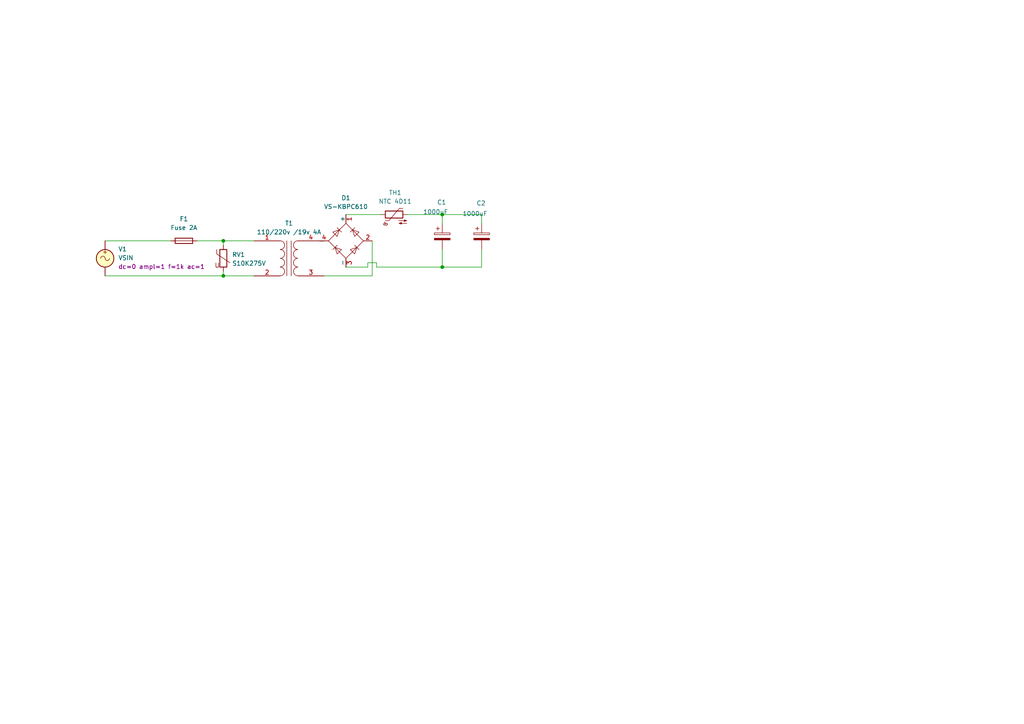
<source format=kicad_sch>
(kicad_sch (version 20231120) (generator "eeschema") (generator_version "8.0")
  (paper "A4")
  (title_block (title "Fonte Linear ") (date "2024-11-17") (rev "REV. 01") (company "IFSC - Instituto Federal de Santa Catarina") (comment 1 "Autor: Juno Costa Kim"))
  (lib_symbols
    (symbol "Device:C_Polarized" (pin_numbers hide) (pin_names (offset 0.254))
      (property "Reference" "C" (at 0.635 2.54 0))
      (property "Value" "C_Polarized" (at 0.635 -2.54 0))
      (symbol "C_Polarized_0_1"
        (rectangle (start -2.286 0.508) (end 2.286 1.016))
        (polyline (pts (xy -1.778 2.286) (xy -0.762 2.286)))
        (polyline (pts (xy -1.27 2.794) (xy -1.27 1.778)))
        (rectangle (start 2.286 -0.508) (end -2.286 -1.016) (fill (type outline)))
      )
      (symbol "C_Polarized_1_1"
        (pin passive line (at 0 3.81 270) (length 2.794) (name "~") (number "1"))
        (pin passive line (at 0 -3.81 90) (length 2.794) (name "~") (number "2"))
      )
    )
    (symbol "Device:Fuse" (pin_numbers hide) (pin_names (offset 0))
      (property "Reference" "F" (at 2.032 0 90))
      (property "Value" "Fuse" (at -1.905 0 90))
      (symbol "Fuse_0_1"
        (rectangle (start -0.762 -2.54) (end 0.762 2.54) (stroke (width 0.254)))
        (polyline (pts (xy 0 2.54) (xy 0 -2.54)))
      )
      (symbol "Fuse_1_1"
        (pin passive line (at 0 3.81 270) (length 1.27) (name "~") (number "1"))
        (pin passive line (at 0 -3.81 90) (length 1.27) (name "~") (number "2"))
      )
    )
    (symbol "Device:Thermistor_NTC" (pin_numbers hide) (pin_names (offset 0))
      (property "Reference" "TH" (at -4.445 0 90))
      (property "Value" "Thermistor_NTC" (at 3.175 0 90))
      (symbol "Thermistor_NTC_0_1"
        (arc (start -3.048 2.159) (mid -3.0495 2.3143) (end -3.175 2.413))
        (arc (start -3.048 2.159) (mid -2.9736 1.9794) (end -2.794 1.905))
        (arc (start -3.048 2.794) (mid -2.9736 2.6144) (end -2.794 2.54))
        (arc (start -2.794 1.905) (mid -2.6144 1.9794) (end -2.54 2.159))
        (arc (start -2.794 2.54) (mid -2.4393 2.5587) (end -2.159 2.794))
        (arc (start -2.794 3.048) (mid -2.9736 2.9736) (end -3.048 2.794))
        (arc (start -2.54 2.794) (mid -2.6144 2.9736) (end -2.794 3.048))
        (rectangle (start -1.016 2.54) (end 1.016 -2.54) (stroke (width 0.254)))
        (polyline (pts (xy -2.54 2.159) (xy -2.54 2.794)))
        (polyline (pts (xy -1.778 2.54) (xy -1.778 1.524) (xy 1.778 -1.524) (xy 1.778 -2.54)))
        (polyline (pts (xy -2.54 -3.683) (xy -2.54 -1.397) (xy -2.794 -2.159) (xy -2.286 -2.159) (xy -2.54 -1.397) (xy -2.54 -1.651)) (fill (type outline)))
        (polyline (pts (xy -1.778 -1.397) (xy -1.778 -3.683) (xy -2.032 -2.921) (xy -1.524 -2.921) (xy -1.778 -3.683) (xy -1.778 -3.429)) (fill (type outline)))
      )
      (symbol "Thermistor_NTC_1_1"
        (pin passive line (at 0 3.81 270) (length 1.27) (name "~") (number "1"))
        (pin passive line (at 0 -3.81 90) (length 1.27) (name "~") (number "2"))
      )
    )
    (symbol "Device:Transformer_1P_1S" (pin_names (offset 1.016) hide)
      (property "Reference" "T" (at 0 6.35 0))
      (property "Value" "Transformer_1P_1S" (at 0 -7.62 0))
      (symbol "Transformer_1P_1S_0_1"
        (arc (start -2.54 -5.0546) (mid -1.6599 -4.6901) (end -1.27 -3.81))
        (arc (start -2.54 -2.5146) (mid -1.6599 -2.1501) (end -1.27 -1.27))
        (arc (start -2.54 0.0254) (mid -1.6599 0.3899) (end -1.27 1.27))
        (arc (start -2.54 2.5654) (mid -1.6599 2.9299) (end -1.27 3.81))
        (arc (start -1.27 -3.81) (mid -1.642 -2.912) (end -2.54 -2.54))
        (arc (start -1.27 -1.27) (mid -1.642 -0.372) (end -2.54 0))
        (arc (start -1.27 1.27) (mid -1.642 2.168) (end -2.54 2.54))
        (arc (start -1.27 3.81) (mid -1.642 4.708) (end -2.54 5.08))
        (polyline (pts (xy -0.635 5.08) (xy -0.635 -5.08)))
        (polyline (pts (xy 0.635 -5.08) (xy 0.635 5.08)))
        (arc (start 1.2954 -1.27) (mid 1.6599 -2.1501) (end 2.54 -2.5146))
        (arc (start 1.2954 1.27) (mid 1.6599 0.3899) (end 2.54 0.0254))
        (arc (start 1.2954 3.81) (mid 1.6599 2.9299) (end 2.54 2.5654))
        (arc (start 1.3208 -3.81) (mid 1.6853 -4.6901) (end 2.5654 -5.0546))
        (arc (start 2.54 0) (mid 1.642 -0.372) (end 1.2954 -1.27))
        (arc (start 2.54 2.54) (mid 1.642 2.168) (end 1.2954 1.27))
        (arc (start 2.54 5.08) (mid 1.642 4.708) (end 1.2954 3.81))
        (arc (start 2.5654 -2.54) (mid 1.6674 -2.912) (end 1.3208 -3.81))
      )
      (symbol "Transformer_1P_1S_1_1"
        (pin passive line (at -10.16 5.08 0) (length 7.62) (name "AA") (number "1"))
        (pin passive line (at -10.16 -5.08 0) (length 7.62) (name "AB") (number "2"))
        (pin passive line (at 10.16 -5.08 180) (length 7.62) (name "SA") (number "3"))
        (pin passive line (at 10.16 5.08 180) (length 7.62) (name "SB") (number "4"))
      )
    )
    (symbol "Device:Varistor" (pin_numbers hide) (pin_names (offset 0))
      (property "Reference" "RV" (at 3.175 0 90))
      (property "Value" "Varistor" (at -3.175 0 90))
      (symbol "Varistor_0_0"
        (text "U" (at -1.778 -2.032 0) (effects (font (size 1.27 1.27))))
      )
      (symbol "Varistor_0_1"
        (rectangle (start -1.016 -2.54) (end 1.016 2.54) (stroke (width 0.254)))
        (polyline (pts (xy -1.905 2.54) (xy -1.905 1.27) (xy 1.905 -1.27)))
      )
      (symbol "Varistor_1_1"
        (pin passive line (at 0 3.81 270) (length 1.27) (name "~") (number "1"))
        (pin passive line (at 0 -3.81 90) (length 1.27) (name "~") (number "2"))
      )
    )
    (symbol "Diode_Bridge:VS-KBPC610" (pin_names (offset 0))
      (property "Reference" "D" (at 2.54 6.985 0))
      (property "Value" "VS-KBPC610" (at 2.54 5.08 0))
      (symbol "VS-KBPC610_0_1"
        (polyline (pts (xy -2.54 3.81) (xy -1.27 2.54)))
        (polyline (pts (xy -1.27 -2.54) (xy -2.54 -3.81)))
        (polyline (pts (xy 2.54 -1.27) (xy 3.81 -2.54)))
        (polyline (pts (xy 2.54 1.27) (xy 3.81 2.54)))
        (polyline (pts (xy -3.81 2.54) (xy -2.54 1.27) (xy -1.905 3.175) (xy -3.81 2.54)))
        (polyline (pts (xy -2.54 -1.27) (xy -3.81 -2.54) (xy -1.905 -3.175) (xy -2.54 -1.27)))
        (polyline (pts (xy 1.27 2.54) (xy 2.54 3.81) (xy 3.175 1.905) (xy 1.27 2.54)))
        (polyline (pts (xy 3.175 -1.905) (xy 1.27 -2.54) (xy 2.54 -3.81) (xy 3.175 -1.905)))
        (polyline (pts (xy -5.08 0) (xy 0 -5.08) (xy 5.08 0) (xy 0 5.08) (xy -5.08 0)))
      )
      (symbol "VS-KBPC610_1_1"
        (pin passive line (at 7.62 0 180) (length 2.54) (name "+") (number "1"))
        (pin passive line (at 0 -7.62 90) (length 2.54) (name "~") (number "2"))
        (pin passive line (at -7.62 0 0) (length 2.54) (name "-") (number "3"))
        (pin passive line (at 0 7.62 270) (length 2.54) (name "~") (number "4"))
      )
    )
    (symbol "Simulation_SPICE:VSIN" (pin_numbers hide) (pin_names (offset 0.0254))
      (property "Reference" "V" (at 2.54 2.54 0))
      (property "Value" "VSIN" (at 2.54 0 0))
      (property "Sim.Params" "dc=0 ampl=1 f=1k ac=1" (at 2.54 -2.54 0))
      (symbol "VSIN_0_0"
        (arc (start 0 0) (mid -0.635 0.6323) (end -1.27 0))
        (arc (start 0 0) (mid 0.635 -0.6323) (end 1.27 0))
        (text "+" (at 0 1.905 0) (effects (font (size 1.27 1.27))))
      )
      (symbol "VSIN_0_1"
        (circle (center 0 0) (radius 2.54) (stroke (width 0.254)) (fill (type background)))
      )
      (symbol "VSIN_1_1"
        (pin passive line (at 0 5.08 270) (length 2.54) (name "~") (number "1"))
        (pin passive line (at 0 -5.08 90) (length 2.54) (name "~") (number "2"))
      )
    )
  )
  (junction (at 64.77 69.85))
  (junction (at 128.27 62.23))
  (junction (at 64.77 80.01))
  (junction (at 128.27 77.47))
  (wire (pts (xy 57.15 69.85) (xy 64.77 69.85)))
  (wire (pts (xy 106.68 77.47) (xy 106.68 76.2)))
  (wire (pts (xy 118.11 62.23) (xy 128.27 62.23)))
  (wire (pts (xy 64.77 69.85) (xy 64.77 71.12)))
  (wire (pts (xy 100.33 62.23) (xy 110.49 62.23)))
  (wire (pts (xy 100.33 77.47) (xy 106.68 77.47)))
  (wire (pts (xy 64.77 80.01) (xy 73.66 80.01)))
  (wire (pts (xy 107.95 80.01) (xy 107.95 69.85)))
  (wire (pts (xy 109.22 76.2) (xy 109.22 77.47)))
  (wire (pts (xy 128.27 62.23) (xy 139.7 62.23)))
  (wire (pts (xy 106.68 76.2) (xy 109.22 76.2)))
  (wire (pts (xy 93.98 80.01) (xy 107.95 80.01)))
  (wire (pts (xy 139.7 77.47) (xy 139.7 72.39)))
  (wire (pts (xy 64.77 69.85) (xy 73.66 69.85)))
  (wire (pts (xy 128.27 72.39) (xy 128.27 77.47)))
  (wire (pts (xy 64.77 78.74) (xy 64.77 80.01)))
  (wire (pts (xy 92.71 69.85) (xy 93.98 69.85)))
  (wire (pts (xy 30.48 80.01) (xy 64.77 80.01)))
  (wire (pts (xy 30.48 69.85) (xy 49.53 69.85)))
  (wire (pts (xy 109.22 77.47) (xy 128.27 77.47)))
  (wire (pts (xy 128.27 77.47) (xy 139.7 77.47)))
  (wire (pts (xy 128.27 62.23) (xy 128.27 64.77)))
  (wire (pts (xy 139.7 62.23) (xy 139.7 64.77)))
  (symbol (lib_id "Simulation_SPICE:VSIN") (at 30.48 74.93 0) (unit 1)
    (property "Reference" "V1" (at 34.29 72.2601 0) (effects (justify left)))
    (property "Value" "VSIN" (at 34.29 74.8001 0) (effects (justify left)))
    (property "Datasheet" "https://ngspice.sourceforge.io/docs/ngspice-html-manual/manual.xhtml#sec_Independent_Sources_for" (effects (hide yes)))
    (property "Description" "Voltage source, sinusoidal" (effects (hide yes)))
    (property "Sim.Pins" "1=+ 2=-" (effects (hide yes)))
    (property "Sim.Params" "dc=0 ampl=1 f=1k ac=1" (at 34.29 77.3401 0) (effects (justify left)))
    (property "Sim.Type" "SIN" (effects (hide yes)))
    (property "Sim.Device" "V" (effects (hide yes)))
  )
  (symbol (lib_id "Device:C_Polarized") (at 139.7 68.58 0) (unit 1)
    (property "Reference" "C2" (at 138.176 58.928 0) (effects (justify left)))
    (property "Value" "1000uF" (at 134.112 61.976 0) (effects (justify left)))
    (property "Description" "Polarized capacitor" (effects (hide yes)))
  )
  (symbol (lib_id "Device:Transformer_1P_1S") (at 83.82 74.93 0) (unit 1)
    (property "Reference" "T1" (at 83.8327 64.77 0))
    (property "Value" "110/220v /19v 4A" (at 83.8327 67.31 0))
    (property "Description" "Transformer, single primary, single secondary" (effects (hide yes)))
  )
  (symbol (lib_id "Diode_Bridge:VS-KBPC610") (at 100.33 69.85 90) (unit 1)
    (property "Reference" "D1" (at 100.33 57.404 90))
    (property "Value" "VS-KBPC610" (at 100.33 59.944 90))
    (property "Footprint" "Diode_THT:Diode_Bridge_Vishay_KBPC6" (effects (hide yes)))
    (property "Datasheet" "http://www.vishay.com/docs/93585/vs-kbpc1series.pdf" (effects (hide yes)))
    (property "Description" "Single-Phase Bridge Rectifier, 500V Vrms, 6.0A If, KBPC6 package" (effects (hide yes)))
  )
  (symbol (lib_id "Device:Fuse") (at 53.34 69.85 90) (unit 1)
    (property "Reference" "F1" (at 53.34 63.5 90))
    (property "Value" "Fuse 2A" (at 53.34 66.04 90))
    (property "Description" "Fuse" (effects (hide yes)))
  )
  (symbol (lib_id "Device:C_Polarized") (at 128.27 68.58 0) (unit 1)
    (property "Reference" "C1" (at 126.746 58.674 0) (effects (justify left)))
    (property "Value" "1000uF" (at 122.682 61.468 0) (effects (justify left)))
    (property "Description" "Polarized capacitor" (effects (hide yes)))
  )
  (symbol (lib_id "Device:Varistor") (at 64.77 74.93 0) (unit 1)
    (property "Reference" "RV1" (at 67.31 73.8532 0) (effects (justify left)))
    (property "Value" "S10K275V" (at 67.31 76.3932 0) (effects (justify left)))
    (property "Description" "Voltage dependent resistor" (effects (hide yes)))
    (property "Sim.Name" "kicad_builtin_varistor" (effects (hide yes)))
    (property "Sim.Device" "SUBCKT" (effects (hide yes)))
    (property "Sim.Pins" "1=A 2=B" (effects (hide yes)))
    (property "Sim.Params" "threshold=1k" (effects (hide yes)))
    (property "Sim.Library" "${KICAD7_SYMBOL_DIR}/Simulation_SPICE.sp" (effects (hide yes)))
  )
  (symbol (lib_id "Device:Thermistor_NTC") (at 114.3 62.23 90) (unit 1)
    (property "Reference" "TH1" (at 114.6175 55.88 90))
    (property "Value" "NTC 4D11" (at 114.6175 58.42 90))
    (property "Description" "Temperature dependent resistor, negative temperature coefficient" (effects (hide yes)))
  )
)
</source>
